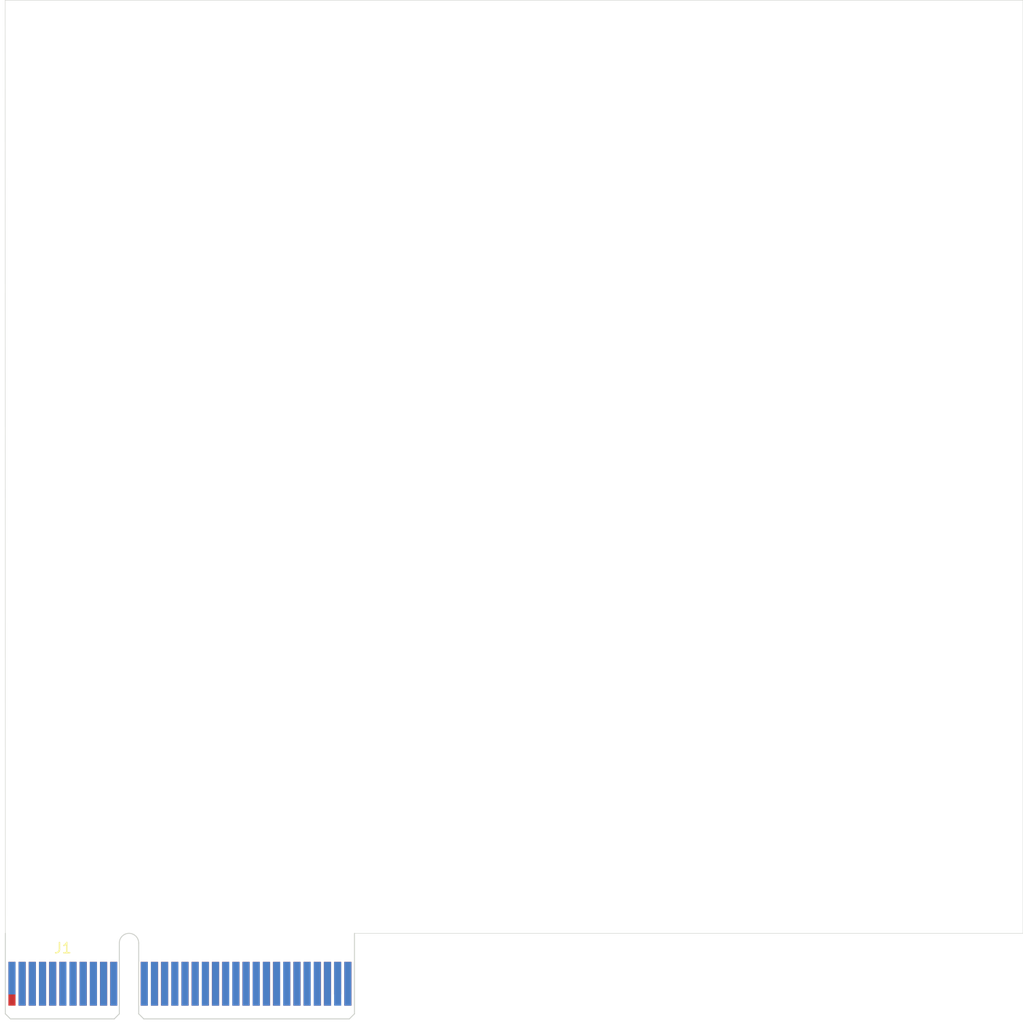
<source format=kicad_pcb>
(kicad_pcb (version 20171130) (host pcbnew 5.1.10)

  (general
    (thickness 1.6)
    (drawings 4)
    (tracks 0)
    (zones 0)
    (modules 1)
    (nets 46)
  )

  (page A4)
  (layers
    (0 F.Cu signal)
    (31 B.Cu signal)
    (32 B.Adhes user)
    (33 F.Adhes user)
    (34 B.Paste user)
    (35 F.Paste user)
    (36 B.SilkS user)
    (37 F.SilkS user)
    (38 B.Mask user)
    (39 F.Mask user)
    (40 Dwgs.User user)
    (41 Cmts.User user)
    (42 Eco1.User user)
    (43 Eco2.User user)
    (44 Edge.Cuts user)
    (45 Margin user)
    (46 B.CrtYd user)
    (47 F.CrtYd user)
    (48 B.Fab user)
    (49 F.Fab user)
  )

  (setup
    (last_trace_width 0.25)
    (trace_clearance 0.2)
    (zone_clearance 0.508)
    (zone_45_only no)
    (trace_min 0.2)
    (via_size 0.8)
    (via_drill 0.4)
    (via_min_size 0.4)
    (via_min_drill 0.3)
    (uvia_size 0.3)
    (uvia_drill 0.1)
    (uvias_allowed no)
    (uvia_min_size 0.2)
    (uvia_min_drill 0.1)
    (edge_width 0.05)
    (segment_width 0.2)
    (pcb_text_width 0.3)
    (pcb_text_size 1.5 1.5)
    (mod_edge_width 0.12)
    (mod_text_size 1 1)
    (mod_text_width 0.15)
    (pad_size 1.524 1.524)
    (pad_drill 0.762)
    (pad_to_mask_clearance 0)
    (aux_axis_origin 0 0)
    (visible_elements FFFFFF7F)
    (pcbplotparams
      (layerselection 0x010fc_ffffffff)
      (usegerberextensions false)
      (usegerberattributes true)
      (usegerberadvancedattributes true)
      (creategerberjobfile true)
      (excludeedgelayer true)
      (linewidth 0.100000)
      (plotframeref false)
      (viasonmask false)
      (mode 1)
      (useauxorigin false)
      (hpglpennumber 1)
      (hpglpenspeed 20)
      (hpglpendiameter 15.000000)
      (psnegative false)
      (psa4output false)
      (plotreference true)
      (plotvalue true)
      (plotinvisibletext false)
      (padsonsilk false)
      (subtractmaskfromsilk false)
      (outputformat 1)
      (mirror false)
      (drillshape 1)
      (scaleselection 1)
      (outputdirectory ""))
  )

  (net 0 "")
  (net 1 "Net-(J1-PadA32)")
  (net 2 "Net-(J1-PadA31)")
  (net 3 "Net-(J1-PadA30)")
  (net 4 "Net-(J1-PadA29)")
  (net 5 "Net-(J1-PadA28)")
  (net 6 "Net-(J1-PadA27)")
  (net 7 "Net-(J1-PadA26)")
  (net 8 "Net-(J1-PadA25)")
  (net 9 "Net-(J1-PadA24)")
  (net 10 "Net-(J1-PadA23)")
  (net 11 "Net-(J1-PadA22)")
  (net 12 "Net-(J1-PadA21)")
  (net 13 "Net-(J1-PadA20)")
  (net 14 "Net-(J1-PadA19)")
  (net 15 "Net-(J1-PadB1)")
  (net 16 "Net-(J1-PadB2)")
  (net 17 "Net-(J1-PadB3)")
  (net 18 "Net-(J1-PadB4)")
  (net 19 "Net-(J1-PadB5)")
  (net 20 "Net-(J1-PadB6)")
  (net 21 "Net-(J1-PadB7)")
  (net 22 "Net-(J1-PadB8)")
  (net 23 "Net-(J1-PadB9)")
  (net 24 "Net-(J1-PadB10)")
  (net 25 "Net-(J1-PadB11)")
  (net 26 "Net-(J1-PadB12)")
  (net 27 "Net-(J1-PadB13)")
  (net 28 "Net-(J1-PadA1)")
  (net 29 "Net-(J1-PadA2)")
  (net 30 "Net-(J1-PadA3)")
  (net 31 "Net-(J1-PadA4)")
  (net 32 "Net-(J1-PadA5)")
  (net 33 "Net-(J1-PadA6)")
  (net 34 "Net-(J1-PadA7)")
  (net 35 "Net-(J1-PadA8)")
  (net 36 "Net-(J1-PadA9)")
  (net 37 "Net-(J1-PadA10)")
  (net 38 "Net-(J1-PadA11)")
  (net 39 "Net-(J1-PadA14)")
  (net 40 "Net-(J1-PadA15)")
  (net 41 "Net-(J1-PadA16)")
  (net 42 "Net-(J1-PadA17)")
  (net 43 "Net-(J1-PadA18)")
  (net 44 "Net-(J1-PadA12)")
  (net 45 "Net-(J1-PadA13)")

  (net_class Default "This is the default net class."
    (clearance 0.2)
    (trace_width 0.25)
    (via_dia 0.8)
    (via_drill 0.4)
    (uvia_dia 0.3)
    (uvia_drill 0.1)
    (add_net "Net-(J1-PadA1)")
    (add_net "Net-(J1-PadA10)")
    (add_net "Net-(J1-PadA11)")
    (add_net "Net-(J1-PadA12)")
    (add_net "Net-(J1-PadA13)")
    (add_net "Net-(J1-PadA14)")
    (add_net "Net-(J1-PadA15)")
    (add_net "Net-(J1-PadA16)")
    (add_net "Net-(J1-PadA17)")
    (add_net "Net-(J1-PadA18)")
    (add_net "Net-(J1-PadA19)")
    (add_net "Net-(J1-PadA2)")
    (add_net "Net-(J1-PadA20)")
    (add_net "Net-(J1-PadA21)")
    (add_net "Net-(J1-PadA22)")
    (add_net "Net-(J1-PadA23)")
    (add_net "Net-(J1-PadA24)")
    (add_net "Net-(J1-PadA25)")
    (add_net "Net-(J1-PadA26)")
    (add_net "Net-(J1-PadA27)")
    (add_net "Net-(J1-PadA28)")
    (add_net "Net-(J1-PadA29)")
    (add_net "Net-(J1-PadA3)")
    (add_net "Net-(J1-PadA30)")
    (add_net "Net-(J1-PadA31)")
    (add_net "Net-(J1-PadA32)")
    (add_net "Net-(J1-PadA4)")
    (add_net "Net-(J1-PadA5)")
    (add_net "Net-(J1-PadA6)")
    (add_net "Net-(J1-PadA7)")
    (add_net "Net-(J1-PadA8)")
    (add_net "Net-(J1-PadA9)")
    (add_net "Net-(J1-PadB1)")
    (add_net "Net-(J1-PadB10)")
    (add_net "Net-(J1-PadB11)")
    (add_net "Net-(J1-PadB12)")
    (add_net "Net-(J1-PadB13)")
    (add_net "Net-(J1-PadB2)")
    (add_net "Net-(J1-PadB3)")
    (add_net "Net-(J1-PadB4)")
    (add_net "Net-(J1-PadB5)")
    (add_net "Net-(J1-PadB6)")
    (add_net "Net-(J1-PadB7)")
    (add_net "Net-(J1-PadB8)")
    (add_net "Net-(J1-PadB9)")
  )

  (module Connector_PCBEdge:BUS_PCIexpress_x4 (layer F.Cu) (tedit 5DBD33F7) (tstamp 614245A5)
    (at 50.67 131.58)
    (descr "PCIexpress Bus Edge Connector x1 http://www.ritrontek.com/uploadfile/2016/1026/20161026105231124.pdf#page=70")
    (tags PCIe)
    (path /614249FA)
    (attr virtual)
    (fp_text reference J1 (at 5 -3.5) (layer F.SilkS)
      (effects (font (size 1 1) (thickness 0.15)))
    )
    (fp_text value Bus_Peripheral (at 10.33 -8.01) (layer F.Fab)
      (effects (font (size 1 1) (thickness 0.15)))
    )
    (fp_text user %R (at 16 -3.5) (layer F.Fab)
      (effects (font (size 1 1) (thickness 0.15)))
    )
    (fp_text user "PCB Thickness 1.57 mm" (at 5 2.8 180) (layer Cmts.User)
      (effects (font (size 0.5 0.5) (thickness 0.1)))
    )
    (fp_arc (start 11.5 -4) (end 12.45 -4) (angle -180) (layer Edge.Cuts) (width 0.1))
    (fp_line (start 33.65 2.95) (end 33.15 3.45) (layer Edge.Cuts) (width 0.1))
    (fp_line (start 12.45 2.95) (end 12.95 3.45) (layer Edge.Cuts) (width 0.1))
    (fp_line (start 10.55 2.95) (end 10.05 3.45) (layer Edge.Cuts) (width 0.1))
    (fp_line (start -0.65 2.95) (end -0.15 3.45) (layer Edge.Cuts) (width 0.1))
    (fp_line (start 12.95 3.45) (end 33.15 3.45) (layer Edge.Cuts) (width 0.1))
    (fp_line (start 33.65 -4.95) (end 33.65 2.95) (layer Edge.Cuts) (width 0.1))
    (fp_line (start -0.15 3.45) (end 10.05 3.45) (layer Edge.Cuts) (width 0.1))
    (fp_line (start -0.65 -4.95) (end -0.65 2.95) (layer Edge.Cuts) (width 0.1))
    (fp_line (start 12.45 -4) (end 12.45 2.95) (layer Edge.Cuts) (width 0.1))
    (fp_line (start 10.55 -4) (end 10.55 2.95) (layer Edge.Cuts) (width 0.1))
    (fp_line (start 34.15 3.95) (end -1.15 3.95) (layer F.CrtYd) (width 0.05))
    (fp_line (start 34.15 3.95) (end 34.15 -5.45) (layer F.CrtYd) (width 0.05))
    (fp_line (start -1.15 -5.45) (end -1.15 3.95) (layer F.CrtYd) (width 0.05))
    (fp_line (start -1.15 -5.45) (end 34.15 -5.45) (layer F.CrtYd) (width 0.05))
    (pad A32 connect rect (at 33 0) (size 0.7 4.3) (layers B.Cu B.Mask)
      (net 1 "Net-(J1-PadA32)"))
    (pad A31 connect rect (at 32 0) (size 0.7 4.3) (layers B.Cu B.Mask)
      (net 2 "Net-(J1-PadA31)"))
    (pad A30 connect rect (at 31 0) (size 0.7 4.3) (layers B.Cu B.Mask)
      (net 3 "Net-(J1-PadA30)"))
    (pad A29 connect rect (at 30 0) (size 0.7 4.3) (layers B.Cu B.Mask)
      (net 4 "Net-(J1-PadA29)"))
    (pad A28 connect rect (at 29 0) (size 0.7 4.3) (layers B.Cu B.Mask)
      (net 5 "Net-(J1-PadA28)"))
    (pad A27 connect rect (at 28 0) (size 0.7 4.3) (layers B.Cu B.Mask)
      (net 6 "Net-(J1-PadA27)"))
    (pad A26 connect rect (at 27 0) (size 0.7 4.3) (layers B.Cu B.Mask)
      (net 7 "Net-(J1-PadA26)"))
    (pad A25 connect rect (at 26 0) (size 0.7 4.3) (layers B.Cu B.Mask)
      (net 8 "Net-(J1-PadA25)"))
    (pad A24 connect rect (at 25 0) (size 0.7 4.3) (layers B.Cu B.Mask)
      (net 9 "Net-(J1-PadA24)"))
    (pad A23 connect rect (at 24 0) (size 0.7 4.3) (layers B.Cu B.Mask)
      (net 10 "Net-(J1-PadA23)"))
    (pad A22 connect rect (at 23 0) (size 0.7 4.3) (layers B.Cu B.Mask)
      (net 11 "Net-(J1-PadA22)"))
    (pad A21 connect rect (at 22 0) (size 0.7 4.3) (layers B.Cu B.Mask)
      (net 12 "Net-(J1-PadA21)"))
    (pad A20 connect rect (at 21 0) (size 0.7 4.3) (layers B.Cu B.Mask)
      (net 13 "Net-(J1-PadA20)"))
    (pad A19 connect rect (at 20 0) (size 0.7 4.3) (layers B.Cu B.Mask)
      (net 14 "Net-(J1-PadA19)"))
    (pad B32 connect rect (at 33 0) (size 0.7 4.3) (layers F.Cu F.Mask))
    (pad B31 connect rect (at 32 -0.55) (size 0.7 3.2) (layers F.Cu F.Mask))
    (pad B30 connect rect (at 31 0) (size 0.7 4.3) (layers F.Cu F.Mask))
    (pad B29 connect rect (at 30 0) (size 0.7 4.3) (layers F.Cu F.Mask))
    (pad B28 connect rect (at 29 0) (size 0.7 4.3) (layers F.Cu F.Mask))
    (pad B27 connect rect (at 28 0) (size 0.7 4.3) (layers F.Cu F.Mask))
    (pad B26 connect rect (at 27 0) (size 0.7 4.3) (layers F.Cu F.Mask))
    (pad B25 connect rect (at 26 0) (size 0.7 4.3) (layers F.Cu F.Mask))
    (pad B24 connect rect (at 25 0) (size 0.7 4.3) (layers F.Cu F.Mask))
    (pad B23 connect rect (at 24 0) (size 0.7 4.3) (layers F.Cu F.Mask))
    (pad B22 connect rect (at 23 0) (size 0.7 4.3) (layers F.Cu F.Mask))
    (pad B21 connect rect (at 22 0) (size 0.7 4.3) (layers F.Cu F.Mask))
    (pad B20 connect rect (at 21 0) (size 0.7 4.3) (layers F.Cu F.Mask))
    (pad B19 connect rect (at 20 0) (size 0.7 4.3) (layers F.Cu F.Mask))
    (pad B1 connect rect (at 0 0) (size 0.7 4.3) (layers F.Cu F.Mask)
      (net 15 "Net-(J1-PadB1)"))
    (pad B2 connect rect (at 1 0) (size 0.7 4.3) (layers F.Cu F.Mask)
      (net 16 "Net-(J1-PadB2)"))
    (pad B3 connect rect (at 2 0) (size 0.7 4.3) (layers F.Cu F.Mask)
      (net 17 "Net-(J1-PadB3)"))
    (pad B4 connect rect (at 3 0) (size 0.7 4.3) (layers F.Cu F.Mask)
      (net 18 "Net-(J1-PadB4)"))
    (pad B5 connect rect (at 4 0) (size 0.7 4.3) (layers F.Cu F.Mask)
      (net 19 "Net-(J1-PadB5)"))
    (pad B6 connect rect (at 5 0) (size 0.7 4.3) (layers F.Cu F.Mask)
      (net 20 "Net-(J1-PadB6)"))
    (pad B7 connect rect (at 6 0) (size 0.7 4.3) (layers F.Cu F.Mask)
      (net 21 "Net-(J1-PadB7)"))
    (pad B8 connect rect (at 7 0) (size 0.7 4.3) (layers F.Cu F.Mask)
      (net 22 "Net-(J1-PadB8)"))
    (pad B9 connect rect (at 8 0) (size 0.7 4.3) (layers F.Cu F.Mask)
      (net 23 "Net-(J1-PadB9)"))
    (pad B10 connect rect (at 9 0) (size 0.7 4.3) (layers F.Cu F.Mask)
      (net 24 "Net-(J1-PadB10)"))
    (pad B11 connect rect (at 10 0) (size 0.7 4.3) (layers F.Cu F.Mask)
      (net 25 "Net-(J1-PadB11)"))
    (pad B14 connect rect (at 15 0) (size 0.7 4.3) (layers F.Cu F.Mask))
    (pad B15 connect rect (at 16 0) (size 0.7 4.3) (layers F.Cu F.Mask))
    (pad B16 connect rect (at 17 0) (size 0.7 4.3) (layers F.Cu F.Mask))
    (pad B17 connect rect (at 18 0) (size 0.7 4.3) (layers F.Cu F.Mask))
    (pad B18 connect rect (at 19 0) (size 0.7 4.3) (layers F.Cu F.Mask))
    (pad B12 connect rect (at 13 0) (size 0.7 4.3) (layers F.Cu F.Mask)
      (net 26 "Net-(J1-PadB12)"))
    (pad B13 connect rect (at 14 0) (size 0.7 4.3) (layers F.Cu F.Mask)
      (net 27 "Net-(J1-PadB13)"))
    (pad A1 connect rect (at 0 -0.55) (size 0.7 3.2) (layers B.Cu B.Mask)
      (net 28 "Net-(J1-PadA1)"))
    (pad A2 connect rect (at 1 0) (size 0.7 4.3) (layers B.Cu B.Mask)
      (net 29 "Net-(J1-PadA2)"))
    (pad A3 connect rect (at 2 0) (size 0.7 4.3) (layers B.Cu B.Mask)
      (net 30 "Net-(J1-PadA3)"))
    (pad A4 connect rect (at 3 0) (size 0.7 4.3) (layers B.Cu B.Mask)
      (net 31 "Net-(J1-PadA4)"))
    (pad A5 connect rect (at 4 0) (size 0.7 4.3) (layers B.Cu B.Mask)
      (net 32 "Net-(J1-PadA5)"))
    (pad A6 connect rect (at 5 0) (size 0.7 4.3) (layers B.Cu B.Mask)
      (net 33 "Net-(J1-PadA6)"))
    (pad A7 connect rect (at 6 0) (size 0.7 4.3) (layers B.Cu B.Mask)
      (net 34 "Net-(J1-PadA7)"))
    (pad A8 connect rect (at 7 0) (size 0.7 4.3) (layers B.Cu B.Mask)
      (net 35 "Net-(J1-PadA8)"))
    (pad A9 connect rect (at 8 0) (size 0.7 4.3) (layers B.Cu B.Mask)
      (net 36 "Net-(J1-PadA9)"))
    (pad A10 connect rect (at 9 0) (size 0.7 4.3) (layers B.Cu B.Mask)
      (net 37 "Net-(J1-PadA10)"))
    (pad A11 connect rect (at 10 0) (size 0.7 4.3) (layers B.Cu B.Mask)
      (net 38 "Net-(J1-PadA11)"))
    (pad A14 connect rect (at 15 0) (size 0.7 4.3) (layers B.Cu B.Mask)
      (net 39 "Net-(J1-PadA14)"))
    (pad A15 connect rect (at 16 0) (size 0.7 4.3) (layers B.Cu B.Mask)
      (net 40 "Net-(J1-PadA15)"))
    (pad A16 connect rect (at 17 0) (size 0.7 4.3) (layers B.Cu B.Mask)
      (net 41 "Net-(J1-PadA16)"))
    (pad A17 connect rect (at 18 0) (size 0.7 4.3) (layers B.Cu B.Mask)
      (net 42 "Net-(J1-PadA17)"))
    (pad A18 connect rect (at 19 0) (size 0.7 4.3) (layers B.Cu B.Mask)
      (net 43 "Net-(J1-PadA18)"))
    (pad A12 connect rect (at 13 0) (size 0.7 4.3) (layers B.Cu B.Mask)
      (net 44 "Net-(J1-PadA12)"))
    (pad A13 connect rect (at 14 0) (size 0.7 4.3) (layers B.Cu B.Mask)
      (net 45 "Net-(J1-PadA13)"))
  )

  (gr_line (start 50.02 126.63) (end 50 35) (layer Edge.Cuts) (width 0.05) (tstamp 60E1B824))
  (gr_line (start 150 126.63) (end 84.32 126.63) (layer Edge.Cuts) (width 0.05))
  (gr_line (start 150 35) (end 150 126.63) (layer Edge.Cuts) (width 0.05))
  (gr_line (start 50 35) (end 150 35) (layer Edge.Cuts) (width 0.05))

)

</source>
